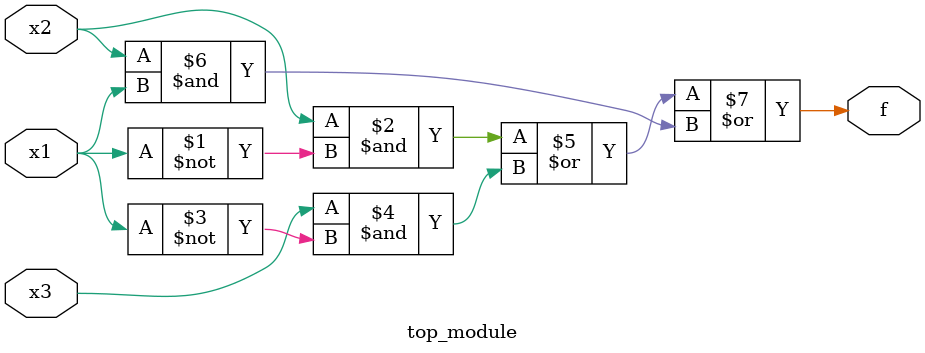
<source format=sv>
module top_module (
    input x3,
    input x2,
    input x1,
    output f
);

assign f = (x2 & ~x1) | (x3 & ~x1) | (x2 & x1);

endmodule

</source>
